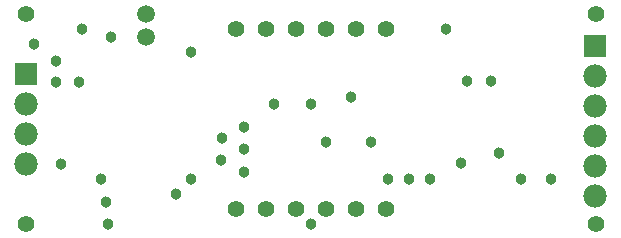
<source format=gbs>
G04 Layer_Color=16711935*
%FSAX24Y24*%
%MOIN*%
G70*
G01*
G75*
%ADD39C,0.0779*%
%ADD40R,0.0779X0.0779*%
%ADD41C,0.0551*%
%ADD42C,0.0591*%
%ADD43C,0.0379*%
D39*
X040000Y043000D02*
D03*
X040000Y044000D02*
D03*
X040000Y042000D02*
D03*
X058950Y040950D02*
D03*
X058950Y041950D02*
D03*
X058950Y042950D02*
D03*
X058950Y044950D02*
D03*
X058950Y043950D02*
D03*
D40*
X040000Y045000D02*
D03*
X058950Y045950D02*
D03*
D41*
X047000Y040500D02*
D03*
X048000D02*
D03*
X049000D02*
D03*
X050000D02*
D03*
X051000Y046500D02*
D03*
X050000D02*
D03*
X049000D02*
D03*
X048000D02*
D03*
X047000D02*
D03*
X052000D02*
D03*
X051000Y040500D02*
D03*
X052000D02*
D03*
X059000Y040000D02*
D03*
X040000Y047000D02*
D03*
Y040000D02*
D03*
X059000Y047000D02*
D03*
D42*
X044000D02*
D03*
Y046250D02*
D03*
D43*
X047249Y042499D02*
D03*
X047250Y043250D02*
D03*
X046525Y042874D02*
D03*
X046500Y042125D02*
D03*
X045500Y041500D02*
D03*
X048250Y044000D02*
D03*
X051500Y042750D02*
D03*
X050000D02*
D03*
X050818Y044250D02*
D03*
X045000Y041000D02*
D03*
X054475Y042025D02*
D03*
X053450Y041500D02*
D03*
X052050D02*
D03*
X052750D02*
D03*
X047250Y041740D02*
D03*
X049500Y044000D02*
D03*
X042719Y040000D02*
D03*
X042500Y041500D02*
D03*
X041165Y042000D02*
D03*
X042654Y040750D02*
D03*
X041835Y046500D02*
D03*
X042805Y046225D02*
D03*
X054000Y046500D02*
D03*
X041000Y045449D02*
D03*
X040250Y046000D02*
D03*
X041000Y044750D02*
D03*
X041750D02*
D03*
X045500Y045750D02*
D03*
X054700Y044781D02*
D03*
X055500D02*
D03*
X057500Y041500D02*
D03*
X056500D02*
D03*
X055750Y042370D02*
D03*
X049500Y040000D02*
D03*
M02*

</source>
